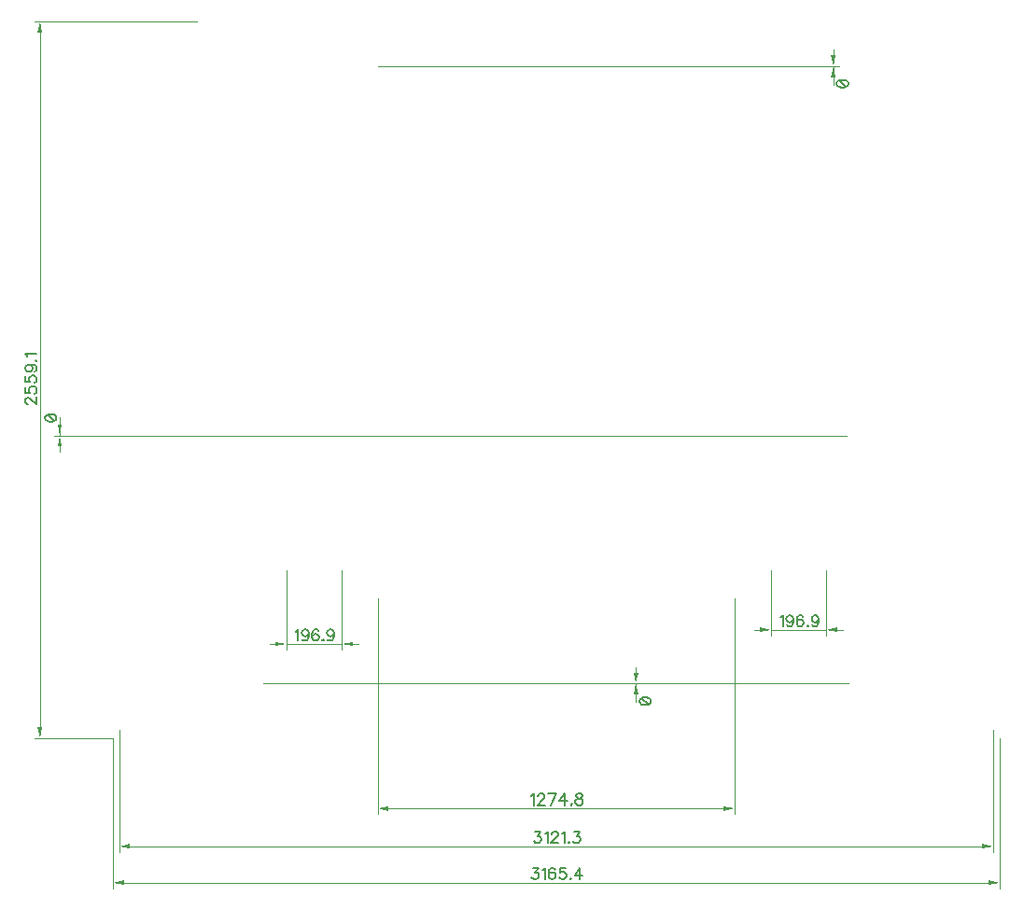
<source format=gbr>
G04 DipTrace 3.0.0.1*
G04 TopDimension.gbr*
%MOIN*%
G04 #@! TF.FileFunction,Drawing,Top*
G04 #@! TF.Part,Single*
%ADD13C,0.001378*%
%ADD76C,0.006176*%
%FSLAX26Y26*%
G04*
G70*
G90*
G75*
G01*
G04 TopDimension*
%LPD*%
X1338977Y893701D2*
D13*
Y124016D1*
X2613780Y893701D2*
Y124016D1*
X1976378Y143701D2*
X1378347D1*
G36*
X1338977D2*
X1378347Y151575D1*
Y135827D1*
X1338977Y143701D1*
G37*
X1976378D2*
D13*
X2574410D1*
G36*
X2613780D2*
X2574410Y135827D1*
Y151575D1*
X2613780Y143701D1*
G37*
X415748Y424026D2*
D13*
Y-11417D1*
X3537008Y424026D2*
Y-11417D1*
X1976378Y8268D2*
X455118D1*
G36*
X415748D2*
X455118Y16142D1*
Y394D1*
X415748Y8268D1*
G37*
X1976378D2*
D13*
X3497638D1*
G36*
X3537008D2*
X3497638Y394D1*
Y16142D1*
X3537008Y8268D1*
G37*
X393701Y393701D2*
D13*
Y-140945D1*
X3559055Y393701D2*
Y-140945D1*
X1976378Y-121260D2*
X433071D1*
G36*
X393701D2*
X433071Y-113386D1*
Y-129134D1*
X393701Y-121260D1*
G37*
X1976378D2*
D13*
X3519685D1*
G36*
X3559055D2*
X3519685Y-129134D1*
Y-113386D1*
X3559055Y-121260D1*
G37*
X393701Y393701D2*
D13*
X112992D1*
X693701Y2952756D2*
X112992D1*
X132677Y1673229D2*
Y433071D1*
G36*
Y393701D2*
X124803Y433071D1*
X140551D1*
X132677Y393701D1*
G37*
Y1673229D2*
D13*
Y2913386D1*
G36*
Y2952756D2*
X140551Y2913386D1*
X124803D1*
X132677Y2952756D1*
G37*
X1012559Y993544D2*
D13*
Y711024D1*
X1209449Y993701D2*
Y711024D1*
X1012559Y730709D2*
X1209449D1*
X953504D2*
X973189D1*
G36*
X1012559D2*
X973189Y722835D1*
Y738583D1*
X1012559Y730709D1*
G37*
X1268504D2*
D13*
X1248819D1*
G36*
X1209449D2*
X1248819Y738583D1*
Y722835D1*
X1209449Y730709D1*
G37*
X2940197Y995906D2*
D13*
Y761811D1*
X2743307Y993701D2*
Y761811D1*
Y781496D2*
X2940197D1*
X2684252D2*
X2703937D1*
G36*
X2743307D2*
X2703937Y773622D1*
Y789370D1*
X2743307Y781496D1*
G37*
X2999252D2*
D13*
X2979567D1*
G36*
X2940197D2*
X2979567Y789370D1*
Y773622D1*
X2940197Y781496D1*
G37*
X2613780Y2793701D2*
D13*
X2985827D1*
X1338977D2*
X2985827D1*
X2966142D2*
D3*
Y2852756D2*
Y2833071D1*
G36*
Y2793701D2*
X2958268Y2833071D1*
X2974016D1*
X2966142Y2793701D1*
G37*
Y2734646D2*
D13*
Y2754331D1*
G36*
Y2793701D2*
X2974016Y2754331D1*
X2958268D1*
X2966142Y2793701D1*
G37*
Y2727536D2*
D13*
Y2793701D1*
X969252Y1475906D2*
X183858D1*
X3012047D2*
X183858D1*
X203544D2*
D3*
Y1534961D2*
Y1515276D1*
G36*
Y1475906D2*
X195670Y1515276D1*
X211418D1*
X203544Y1475906D1*
G37*
Y1416851D2*
D13*
Y1436536D1*
G36*
Y1475906D2*
X211418Y1436536D1*
X195670D1*
X203544Y1475906D1*
G37*
Y1542070D2*
D13*
Y1475906D1*
X931103Y589370D2*
X2281103D1*
X3021260D2*
X2241732D1*
X2261418D2*
D3*
Y648425D2*
Y628740D1*
G36*
Y589370D2*
X2253544Y628740D1*
X2269292D1*
X2261418Y589370D1*
G37*
Y530315D2*
D13*
Y550000D1*
G36*
Y589370D2*
X2269292Y550000D1*
X2253544D1*
X2261418Y589370D1*
G37*
Y523206D2*
D13*
Y589370D1*
X1887349Y188410D2*
D76*
X1891196Y190356D1*
X1896944Y196060D1*
Y155912D1*
X1911241Y186509D2*
Y188410D1*
X1913142Y192257D1*
X1915043Y194158D1*
X1918890Y196060D1*
X1926539D1*
X1930342Y194158D1*
X1932243Y192257D1*
X1934188Y188410D1*
Y184608D1*
X1932243Y180761D1*
X1928440Y175057D1*
X1909295Y155912D1*
X1936090D1*
X1956090D2*
X1975236Y196060D1*
X1948441D1*
X2006733Y155912D2*
Y196060D1*
X1987587Y169309D1*
X2016283D1*
X2030536Y159759D2*
X2028635Y157813D1*
X2030536Y155912D1*
X2032481Y157813D1*
X2030536Y159759D1*
X2054383Y196060D2*
X2048679Y194158D1*
X2046734Y190356D1*
Y186509D1*
X2048679Y182706D1*
X2052482Y180761D1*
X2060131Y178860D1*
X2065879Y176958D1*
X2069682Y173112D1*
X2071583Y169309D1*
Y163561D1*
X2069682Y159759D1*
X2067781Y157813D1*
X2062033Y155912D1*
X2054383D1*
X2048679Y157813D1*
X2046734Y159759D1*
X2044833Y163561D1*
Y169309D1*
X2046734Y173112D1*
X2050581Y176958D1*
X2056285Y178860D1*
X2063934Y180761D1*
X2067781Y182706D1*
X2069682Y186509D1*
Y190356D1*
X2067781Y194158D1*
X2062033Y196060D1*
X2054383D1*
X1900724Y60626D2*
X1921727D1*
X1910275Y45328D1*
X1916023D1*
X1919825Y43427D1*
X1921727Y41525D1*
X1923672Y35777D1*
Y31975D1*
X1921727Y26227D1*
X1917924Y22380D1*
X1912176Y20479D1*
X1906428D1*
X1900724Y22380D1*
X1898823Y24325D1*
X1896877Y28128D1*
X1936023Y52977D2*
X1939870Y54923D1*
X1945618Y60626D1*
Y20479D1*
X1959915Y51076D2*
Y52977D1*
X1961816Y56824D1*
X1963718Y58725D1*
X1967564Y60626D1*
X1975214D1*
X1979016Y58725D1*
X1980918Y56824D1*
X1982863Y52977D1*
Y49175D1*
X1980918Y45328D1*
X1977115Y39624D1*
X1957970Y20479D1*
X1984764D1*
X1997116Y52977D2*
X2000962Y54923D1*
X2006710Y60626D1*
Y20479D1*
X2020963Y24325D2*
X2019062Y22380D1*
X2020963Y20479D1*
X2022909Y22380D1*
X2020963Y24325D1*
X2039107Y60626D2*
X2060109D1*
X2048657Y45328D1*
X2054405D1*
X2058208Y43427D1*
X2060109Y41525D1*
X2062055Y35777D1*
Y31975D1*
X2060109Y26227D1*
X2056307Y22380D1*
X2050559Y20479D1*
X2044811D1*
X2039107Y22380D1*
X2037206Y24325D1*
X2035260Y28128D1*
X1892146Y-68901D2*
X1913149D1*
X1901697Y-84200D1*
X1907445D1*
X1911247Y-86101D1*
X1913149Y-88002D1*
X1915094Y-93750D1*
Y-97553D1*
X1913149Y-103301D1*
X1909346Y-107148D1*
X1903598Y-109049D1*
X1897850D1*
X1892146Y-107148D1*
X1890245Y-105202D1*
X1888300Y-101400D1*
X1927446Y-76550D2*
X1931292Y-74605D1*
X1937040Y-68901D1*
Y-109049D1*
X1972340Y-74605D2*
X1970438Y-70802D1*
X1964690Y-68901D1*
X1960888D1*
X1955140Y-70802D1*
X1951293Y-76550D1*
X1949392Y-86101D1*
Y-95652D1*
X1951293Y-103301D1*
X1955140Y-107148D1*
X1960888Y-109049D1*
X1962789D1*
X1968493Y-107148D1*
X1972340Y-103301D1*
X1974241Y-97553D1*
Y-95652D1*
X1972340Y-89904D1*
X1968493Y-86101D1*
X1962789Y-84200D1*
X1960888D1*
X1955140Y-86101D1*
X1951293Y-89904D1*
X1949392Y-95652D1*
X2009540Y-68901D2*
X1990439D1*
X1988538Y-86101D1*
X1990439Y-84200D1*
X1996187Y-82254D1*
X2001891D1*
X2007639Y-84200D1*
X2011486Y-88002D1*
X2013387Y-93750D1*
Y-97553D1*
X2011486Y-103301D1*
X2007639Y-107148D1*
X2001891Y-109049D1*
X1996187D1*
X1990439Y-107148D1*
X1988538Y-105202D1*
X1986592Y-101400D1*
X2027640Y-105202D2*
X2025738Y-107148D1*
X2027640Y-109049D1*
X2029585Y-107148D1*
X2027640Y-105202D1*
X2061082Y-109049D2*
Y-68901D1*
X2041937Y-95652D1*
X2070633D1*
X89869Y1588024D2*
X87968D1*
X84121Y1589925D1*
X82220Y1591826D1*
X80319Y1595673D1*
Y1603323D1*
X82220Y1607125D1*
X84121Y1609026D1*
X87968Y1610972D1*
X91771D1*
X95617Y1609026D1*
X101321Y1605224D1*
X120467Y1586078D1*
Y1612873D1*
X80319Y1648172D2*
Y1629071D1*
X97519Y1627170D1*
X95617Y1629071D1*
X93672Y1634819D1*
Y1640523D1*
X95617Y1646271D1*
X99420Y1650118D1*
X105168Y1652019D1*
X108971D1*
X114719Y1650118D1*
X118565Y1646271D1*
X120467Y1640523D1*
Y1634819D1*
X118565Y1629071D1*
X116620Y1627170D1*
X112817Y1625225D1*
X80319Y1687318D2*
Y1668217D1*
X97519Y1666316D1*
X95617Y1668217D1*
X93672Y1673965D1*
Y1679669D1*
X95617Y1685417D1*
X99420Y1689264D1*
X105168Y1691165D1*
X108971D1*
X114719Y1689264D1*
X118565Y1685417D1*
X120467Y1679669D1*
Y1673965D1*
X118565Y1668217D1*
X116620Y1666316D1*
X112817Y1664371D1*
X93672Y1728410D2*
X99420Y1726465D1*
X103267Y1722662D1*
X105168Y1716914D1*
Y1715013D1*
X103267Y1709265D1*
X99420Y1705462D1*
X93672Y1703517D1*
X91771D1*
X86023Y1705462D1*
X82220Y1709265D1*
X80319Y1715013D1*
Y1716914D1*
X82220Y1722662D1*
X86023Y1726465D1*
X93672Y1728410D1*
X103267D1*
X112817Y1726465D1*
X118565Y1722662D1*
X120467Y1716914D1*
Y1713111D1*
X118565Y1707363D1*
X114719Y1705462D1*
X116620Y1742663D2*
X118565Y1740761D1*
X120467Y1742663D1*
X118565Y1744608D1*
X116620Y1742663D1*
X87968Y1756960D2*
X86023Y1760806D1*
X80319Y1766554D1*
X120467D1*
X1045350Y775418D2*
X1049197Y777364D1*
X1054945Y783067D1*
Y742920D1*
X1092190Y769714D2*
X1090245Y763966D1*
X1086442Y760120D1*
X1080694Y758218D1*
X1078793D1*
X1073045Y760120D1*
X1069242Y763966D1*
X1067297Y769714D1*
Y771616D1*
X1069242Y777364D1*
X1073045Y781166D1*
X1078793Y783067D1*
X1080694D1*
X1086442Y781166D1*
X1090245Y777364D1*
X1092190Y769714D1*
Y760120D1*
X1090245Y750569D1*
X1086442Y744821D1*
X1080694Y742920D1*
X1076891D1*
X1071143Y744821D1*
X1069242Y748668D1*
X1127489Y777364D2*
X1125588Y781166D1*
X1119840Y783067D1*
X1116037D1*
X1110289Y781166D1*
X1106443Y775418D1*
X1104541Y765868D1*
Y756317D1*
X1106443Y748668D1*
X1110289Y744821D1*
X1116037Y742920D1*
X1117939D1*
X1123643Y744821D1*
X1127489Y748668D1*
X1129391Y754416D1*
Y756317D1*
X1127489Y762065D1*
X1123643Y765868D1*
X1117939Y767769D1*
X1116037D1*
X1110289Y765868D1*
X1106443Y762065D1*
X1104541Y756317D1*
X1143643Y746766D2*
X1141742Y744821D1*
X1143643Y742920D1*
X1145589Y744821D1*
X1143643Y746766D1*
X1182834Y769714D2*
X1180888Y763966D1*
X1177086Y760120D1*
X1171337Y758218D1*
X1169436D1*
X1163688Y760120D1*
X1159886Y763966D1*
X1157940Y769714D1*
Y771616D1*
X1159886Y777364D1*
X1163688Y781166D1*
X1169436Y783067D1*
X1171337D1*
X1177086Y781166D1*
X1180888Y777364D1*
X1182834Y769714D1*
Y760120D1*
X1180888Y750569D1*
X1177086Y744821D1*
X1171337Y742920D1*
X1167535D1*
X1161787Y744821D1*
X1159886Y748668D1*
X2776098Y826206D2*
X2779945Y828151D1*
X2785693Y833855D1*
Y793707D1*
X2822938Y820502D2*
X2820993Y814754D1*
X2817190Y810907D1*
X2811442Y809006D1*
X2809541D1*
X2803793Y810907D1*
X2799990Y814754D1*
X2798045Y820502D1*
Y822403D1*
X2799990Y828151D1*
X2803793Y831954D1*
X2809541Y833855D1*
X2811442D1*
X2817190Y831954D1*
X2820993Y828151D1*
X2822938Y820502D1*
Y810907D1*
X2820993Y801356D1*
X2817190Y795608D1*
X2811442Y793707D1*
X2807639D1*
X2801891Y795608D1*
X2799990Y799455D1*
X2858237Y828151D2*
X2856336Y831954D1*
X2850588Y833855D1*
X2846786D1*
X2841037Y831954D1*
X2837191Y826206D1*
X2835289Y816655D1*
Y807104D1*
X2837191Y799455D1*
X2841037Y795608D1*
X2846786Y793707D1*
X2848687D1*
X2854391Y795608D1*
X2858237Y799455D1*
X2860139Y805203D1*
Y807104D1*
X2858237Y812852D1*
X2854391Y816655D1*
X2848687Y818556D1*
X2846786D1*
X2841037Y816655D1*
X2837191Y812852D1*
X2835289Y807104D1*
X2874391Y797554D2*
X2872490Y795608D1*
X2874391Y793707D1*
X2876337Y795608D1*
X2874391Y797554D1*
X2913582Y820502D2*
X2911636Y814754D1*
X2907834Y810907D1*
X2902086Y809006D1*
X2900184D1*
X2894436Y810907D1*
X2890634Y814754D1*
X2888688Y820502D1*
Y822403D1*
X2890634Y828151D1*
X2894436Y831954D1*
X2900184Y833855D1*
X2902086D1*
X2907834Y831954D1*
X2911636Y828151D1*
X2913582Y820502D1*
Y810907D1*
X2911636Y801356D1*
X2907834Y795608D1*
X2902086Y793707D1*
X2898283D1*
X2892535Y795608D1*
X2890634Y799455D1*
X3018500Y2733571D2*
X3016599Y2739319D1*
X3010851Y2743166D1*
X3001301Y2745067D1*
X2995553D1*
X2986002Y2743166D1*
X2980254Y2739319D1*
X2978353Y2733571D1*
Y2729769D1*
X2980254Y2724021D1*
X2986002Y2720218D1*
X2995553Y2718273D1*
X3001301D1*
X3010851Y2720218D1*
X3016599Y2724021D1*
X3018500Y2729769D1*
Y2733571D1*
X3010851Y2720218D2*
X2986002Y2743166D1*
X151185Y1536035D2*
X153086Y1530287D1*
X158834Y1526441D1*
X168385Y1524539D1*
X174133D1*
X183683Y1526441D1*
X189431Y1530287D1*
X191333Y1536035D1*
Y1539838D1*
X189431Y1545586D1*
X183683Y1549389D1*
X174133Y1551334D1*
X168385D1*
X158834Y1549389D1*
X153086Y1545586D1*
X151185Y1539838D1*
Y1536035D1*
X158834Y1549389D2*
X183683Y1526441D1*
X2313776Y529241D2*
X2311875Y534989D1*
X2306127Y538835D1*
X2296576Y540737D1*
X2290828D1*
X2281278Y538835D1*
X2275530Y534989D1*
X2273628Y529241D1*
Y525438D1*
X2275530Y519690D1*
X2281278Y515887D1*
X2290828Y513942D1*
X2296576D1*
X2306127Y515887D1*
X2311875Y519690D1*
X2313776Y525438D1*
Y529241D1*
X2306127Y515887D2*
X2281278Y538835D1*
M02*

</source>
